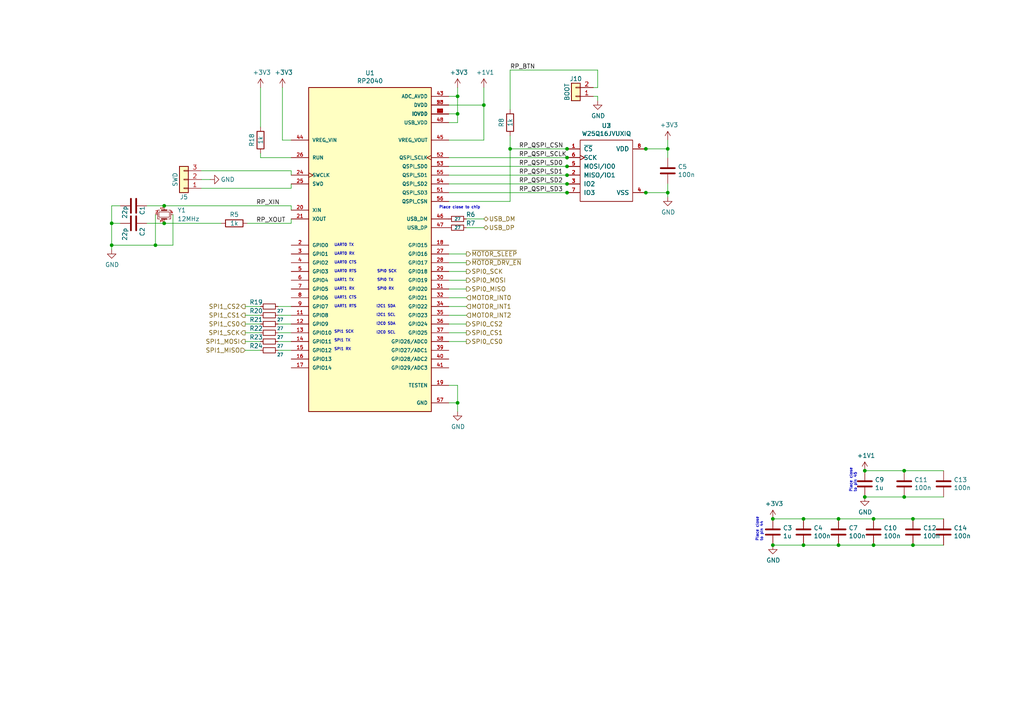
<source format=kicad_sch>
(kicad_sch (version 20230121) (generator eeschema)
  (paper "A4")
  (title_block (title "TkkrLab Pick&Place controller") (date "2024-01-09") (rev "0.1") (company "Nicolai Electronics"))
  (lib_symbols
    (symbol "Connector_Generic:Conn_01x02" (pin_names (offset 1.016) hide)
      (property "Reference" "J" (at 0 2.54 0))
      (property "Value" "Conn_01x02" (at 0 -5.08 0))
      (symbol "Conn_01x02_1_1"
        (rectangle (start -1.27 -2.413) (end 0 -2.667) (stroke (width 0.1524)))
        (rectangle (start -1.27 0.127) (end 0 -0.127) (stroke (width 0.1524)))
        (rectangle (start -1.27 1.27) (end 1.27 -3.81) (stroke (width 0.254)) (fill (type background)))
        (pin passive line (at -5.08 0 0) (length 3.81) (name "Pin_1") (number "1"))
        (pin passive line (at -5.08 -2.54 0) (length 3.81) (name "Pin_2") (number "2"))
      )
    )
    (symbol "Connector_Generic:Conn_01x03" (pin_names (offset 1.016) hide)
      (property "Reference" "J" (at 0 5.08 0))
      (property "Value" "Conn_01x03" (at 0 -5.08 0))
      (symbol "Conn_01x03_1_1"
        (rectangle (start -1.27 -2.413) (end 0 -2.667) (stroke (width 0.1524)))
        (rectangle (start -1.27 0.127) (end 0 -0.127) (stroke (width 0.1524)))
        (rectangle (start -1.27 2.667) (end 0 2.413) (stroke (width 0.1524)))
        (rectangle (start -1.27 3.81) (end 1.27 -3.81) (stroke (width 0.254)) (fill (type background)))
        (pin passive line (at -5.08 2.54 0) (length 3.81) (name "Pin_1") (number "1"))
        (pin passive line (at -5.08 0 0) (length 3.81) (name "Pin_2") (number "2"))
        (pin passive line (at -5.08 -2.54 0) (length 3.81) (name "Pin_3") (number "3"))
      )
    )
    (symbol "RP2040:RP2040" (pin_names (offset 1.016))
      (property "Reference" "U" (at -17.78 50.8 0))
      (property "Value" "RP2040" (at -17.78 -48.26 0))
      (symbol "RP2040_0_0"
        (rectangle (start -17.78 -45.72) (end 17.78 48.26) (stroke (width 0.254)) (fill (type background)))
        (pin power_in line (at 22.86 40.64 180) (length 5.08) (name "IOVDD") (number "1"))
        (pin power_in line (at 22.86 40.64 180) (length 5.08) (name "IOVDD") (number "10"))
        (pin bidirectional line (at -22.86 -17.78 0) (length 5.08) (name "GPIO8") (number "11"))
        (pin bidirectional line (at -22.86 -20.32 0) (length 5.08) (name "GPIO9") (number "12"))
        (pin bidirectional line (at -22.86 -22.86 0) (length 5.08) (name "GPIO10") (number "13"))
        (pin bidirectional line (at -22.86 -25.4 0) (length 5.08) (name "GPIO11") (number "14"))
        (pin bidirectional line (at -22.86 -27.94 0) (length 5.08) (name "GPIO12") (number "15"))
        (pin bidirectional line (at -22.86 -30.48 0) (length 5.08) (name "GPIO13") (number "16"))
        (pin bidirectional line (at -22.86 -33.02 0) (length 5.08) (name "GPIO14") (number "17"))
        (pin bidirectional line (at 22.86 2.54 180) (length 5.08) (name "GPIO15") (number "18"))
        (pin passive line (at 22.86 -38.1 180) (length 5.08) (name "TESTEN") (number "19"))
        (pin bidirectional line (at -22.86 2.54 0) (length 5.08) (name "GPIO0") (number "2"))
        (pin input line (at -22.86 12.7 0) (length 5.08) (name "XIN") (number "20"))
        (pin output line (at -22.86 10.16 0) (length 5.08) (name "XOUT") (number "21"))
        (pin power_in line (at 22.86 40.64 180) (length 5.08) (name "IOVDD") (number "22"))
        (pin power_in line (at 22.86 43.18 180) (length 5.08) (name "DVDD") (number "23"))
        (pin input clock (at -22.86 22.86 0) (length 5.08) (name "SWCLK") (number "24"))
        (pin bidirectional line (at -22.86 20.32 0) (length 5.08) (name "SWD") (number "25"))
        (pin input line (at -22.86 27.94 0) (length 5.08) (name "RUN") (number "26"))
        (pin bidirectional line (at 22.86 0 180) (length 5.08) (name "GPIO16") (number "27"))
        (pin bidirectional line (at 22.86 -2.54 180) (length 5.08) (name "GPIO17") (number "28"))
        (pin bidirectional line (at 22.86 -5.08 180) (length 5.08) (name "GPIO18") (number "29"))
        (pin bidirectional line (at -22.86 0 0) (length 5.08) (name "GPIO1") (number "3"))
        (pin bidirectional line (at 22.86 -7.62 180) (length 5.08) (name "GPIO19") (number "30"))
        (pin bidirectional line (at 22.86 -10.16 180) (length 5.08) (name "GPIO20") (number "31"))
        (pin bidirectional line (at 22.86 -12.7 180) (length 5.08) (name "GPIO21") (number "32"))
        (pin power_in line (at 22.86 40.64 180) (length 5.08) (name "IOVDD") (number "33"))
        (pin bidirectional line (at 22.86 -15.24 180) (length 5.08) (name "GPIO22") (number "34"))
        (pin bidirectional line (at 22.86 -17.78 180) (length 5.08) (name "GPIO23") (number "35"))
        (pin bidirectional line (at 22.86 -20.32 180) (length 5.08) (name "GPIO24") (number "36"))
        (pin bidirectional line (at 22.86 -22.86 180) (length 5.08) (name "GPIO25") (number "37"))
        (pin bidirectional line (at 22.86 -25.4 180) (length 5.08) (name "GPIO26/ADC0") (number "38"))
        (pin bidirectional line (at 22.86 -27.94 180) (length 5.08) (name "GPIO27/ADC1") (number "39"))
        (pin bidirectional line (at -22.86 -2.54 0) (length 5.08) (name "GPIO2") (number "4"))
        (pin bidirectional line (at 22.86 -30.48 180) (length 5.08) (name "GPIO28/ADC2") (number "40"))
        (pin bidirectional line (at 22.86 -33.02 180) (length 5.08) (name "GPIO29/ADC3") (number "41"))
        (pin power_in line (at 22.86 40.64 180) (length 5.08) (name "IOVDD") (number "42"))
        (pin power_in line (at 22.86 45.72 180) (length 5.08) (name "ADC_AVDD") (number "43"))
        (pin input line (at -22.86 33.02 0) (length 5.08) (name "VREG_VIN") (number "44"))
        (pin output line (at 22.86 33.02 180) (length 5.08) (name "VREG_VOUT") (number "45"))
        (pin bidirectional line (at 22.86 10.16 180) (length 5.08) (name "USB_DM") (number "46"))
        (pin bidirectional line (at 22.86 7.62 180) (length 5.08) (name "USB_DP") (number "47"))
        (pin power_in line (at 22.86 38.1 180) (length 5.08) (name "USB_VDD") (number "48"))
        (pin power_in line (at 22.86 40.64 180) (length 5.08) (name "IOVDD") (number "49"))
        (pin bidirectional line (at -22.86 -5.08 0) (length 5.08) (name "GPIO3") (number "5"))
        (pin power_in line (at 22.86 43.18 180) (length 5.08) (name "DVDD") (number "50"))
        (pin bidirectional line (at 22.86 17.78 180) (length 5.08) (name "QSPI_SD3") (number "51"))
        (pin bidirectional clock (at 22.86 27.94 180) (length 5.08) (name "QSPI_SCLK") (number "52"))
        (pin bidirectional line (at 22.86 25.4 180) (length 5.08) (name "QSPI_SD0") (number "53"))
        (pin bidirectional line (at 22.86 20.32 180) (length 5.08) (name "QSPI_SD2") (number "54"))
        (pin bidirectional line (at 22.86 22.86 180) (length 5.08) (name "QSPI_SD1") (number "55"))
        (pin bidirectional line (at 22.86 15.24 180) (length 5.08) (name "QSPI_CSN") (number "56"))
        (pin power_in line (at 22.86 -43.18 180) (length 5.08) (name "GND") (number "57"))
        (pin bidirectional line (at -22.86 -7.62 0) (length 5.08) (name "GPIO4") (number "6"))
        (pin bidirectional line (at -22.86 -10.16 0) (length 5.08) (name "GPIO5") (number "7"))
        (pin bidirectional line (at -22.86 -12.7 0) (length 5.08) (name "GPIO6") (number "8"))
        (pin bidirectional line (at -22.86 -15.24 0) (length 5.08) (name "GPIO7") (number "9"))
      )
    )
    (symbol "mch2021-rescue:+3.3V-power" (power) (pin_names (offset 0))
      (property "Value" "+3.3V-power" (at 0 3.556 0))
      (symbol "+3.3V-power_0_1"
        (polyline (pts (xy -0.762 1.27) (xy 0 2.54)))
        (polyline (pts (xy 0 0) (xy 0 2.54)))
        (polyline (pts (xy 0 2.54) (xy 0.762 1.27)))
      )
      (symbol "+3.3V-power_1_1"
        (pin power_in line (at 0 0 90) (length 0) hide (name "+3V3") (number "1"))
      )
    )
    (symbol "mch2021-rescue:C-Device" (pin_numbers hide) (pin_names (offset 0.254))
      (property "Reference" "C" (at 0.635 2.54 0))
      (property "Value" "C-Device" (at 0.635 -2.54 0))
      (symbol "C-Device_0_1"
        (polyline (pts (xy -2.032 -0.762) (xy 2.032 -0.762)) (stroke (width 0.508)))
        (polyline (pts (xy -2.032 0.762) (xy 2.032 0.762)) (stroke (width 0.508)))
      )
      (symbol "C-Device_1_1"
        (pin passive line (at 0 3.81 270) (length 2.794) (name "~") (number "1"))
        (pin passive line (at 0 -3.81 90) (length 2.794) (name "~") (number "2"))
      )
    )
    (symbol "mch2021-rescue:Crystal_GND24_Small-Device" (pin_names (offset 1.016) hide)
      (property "Reference" "Y" (at 1.27 4.445 0))
      (property "Value" "Crystal_GND24_Small-Device" (at 1.27 2.54 0))
      (symbol "Crystal_GND24_Small-Device_0_1"
        (rectangle (start -0.762 -1.524) (end 0.762 1.524))
        (polyline (pts (xy -1.27 -0.762) (xy -1.27 0.762)) (stroke (width 0.381)))
        (polyline (pts (xy 1.27 -0.762) (xy 1.27 0.762)) (stroke (width 0.381)))
        (polyline (pts (xy -1.27 -1.27) (xy -1.27 -1.905) (xy 1.27 -1.905) (xy 1.27 -1.27)))
        (polyline (pts (xy -1.27 1.27) (xy -1.27 1.905) (xy 1.27 1.905) (xy 1.27 1.27)))
      )
      (symbol "Crystal_GND24_Small-Device_1_1"
        (pin passive line (at -2.54 0 0) (length 1.27) (name "1") (number "1"))
        (pin passive line (at 0 -2.54 90) (length 0.635) (name "2") (number "2"))
        (pin passive line (at 2.54 0 180) (length 1.27) (name "3") (number "3"))
        (pin passive line (at 0 2.54 270) (length 0.635) (name "4") (number "4"))
      )
    )
    (symbol "mch2021-rescue:GND-power" (power) (pin_names (offset 0))
      (property "Value" "GND-power" (at 0 -3.81 0))
      (symbol "GND-power_0_1"
        (polyline (pts (xy 0 0) (xy 0 -1.27) (xy 1.27 -1.27) (xy 0 -2.54) (xy -1.27 -1.27) (xy 0 -1.27)))
      )
      (symbol "GND-power_1_1"
        (pin power_in line (at 0 0 270) (length 0) hide (name "GND") (number "1"))
      )
    )
    (symbol "mch2021-rescue:R-Device" (pin_numbers hide) (pin_names (offset 0))
      (property "Reference" "R" (at 2.032 0 90))
      (property "Value" "R-Device" (at 0 0 90))
      (symbol "R-Device_0_1"
        (rectangle (start -1.016 -2.54) (end 1.016 2.54) (stroke (width 0.254)))
      )
      (symbol "R-Device_1_1"
        (pin passive line (at 0 3.81 270) (length 1.27) (name "~") (number "1"))
        (pin passive line (at 0 -3.81 90) (length 1.27) (name "~") (number "2"))
      )
    )
    (symbol "mch2021-rescue:R_Small-Device" (pin_numbers hide) (pin_names (offset 0.254) hide)
      (property "Reference" "R" (at 0.762 0.508 0))
      (property "Value" "R_Small-Device" (at 0.762 -1.016 0))
      (symbol "R_Small-Device_0_1"
        (rectangle (start -0.762 1.778) (end 0.762 -1.778) (stroke (width 0.2032)))
      )
      (symbol "R_Small-Device_1_1"
        (pin passive line (at 0 2.54 270) (length 0.762) (name "~") (number "1"))
        (pin passive line (at 0 -2.54 90) (length 0.762) (name "~") (number "2"))
      )
    )
    (symbol "mch2021-rescue:SPIFLASH_QSPI-spiflash" (pin_names (offset 1.016))
      (property "Reference" "U" (at 0 12.7 0))
      (property "Value" "SPIFLASH_QSPI-spiflash" (at 0 10.16 0))
      (symbol "SPIFLASH_QSPI-spiflash_0_1"
        (rectangle (start -7.62 8.89) (end 7.62 -8.89))
      )
      (symbol "SPIFLASH_QSPI-spiflash_1_1"
        (pin input line (at -11.43 6.35 0) (length 3.81) (name "~{CS}") (number "1"))
        (pin tri_state line (at -11.43 -1.27 0) (length 3.81) (name "MISO/IO1") (number "2"))
        (pin tri_state line (at -11.43 -3.81 0) (length 3.81) (name "IO2") (number "3"))
        (pin power_in line (at 11.43 -6.35 180) (length 3.81) (name "VSS") (number "4"))
        (pin tri_state line (at -11.43 1.27 0) (length 3.81) (name "MOSI/IO0") (number "5"))
        (pin input clock (at -11.43 3.81 0) (length 3.81) (name "SCK") (number "6"))
        (pin tri_state line (at -11.43 -6.35 0) (length 3.81) (name "IO3") (number "7"))
        (pin power_in line (at 11.43 6.35 180) (length 3.81) (name "VDD") (number "8"))
      )
    )
    (symbol "power:+1V1" (power) (pin_names (offset 0))
      (property "Value" "+1V1" (at 0 3.556 0))
      (symbol "+1V1_0_1"
        (polyline (pts (xy -0.762 1.27) (xy 0 2.54)))
        (polyline (pts (xy 0 0) (xy 0 2.54)))
        (polyline (pts (xy 0 2.54) (xy 0.762 1.27)))
      )
      (symbol "+1V1_1_1"
        (pin power_in line (at 0 0 90) (length 0) hide (name "+1V1") (number "1"))
      )
    )
  )
  (junction (at 243.205 158.115))
  (junction (at 250.825 144.145))
  (junction (at 132.715 33.02))
  (junction (at 132.715 27.94))
  (junction (at 264.795 158.115))
  (junction (at 32.385 64.77))
  (junction (at 164.465 55.88))
  (junction (at 253.365 150.495))
  (junction (at 32.385 71.12))
  (junction (at 243.205 150.495))
  (junction (at 224.155 158.115))
  (junction (at 264.795 150.495))
  (junction (at 164.465 53.34))
  (junction (at 47.625 64.77))
  (junction (at 47.625 59.69))
  (junction (at 164.465 48.26))
  (junction (at 164.465 45.72))
  (junction (at 132.715 116.84))
  (junction (at 193.675 43.18))
  (junction (at 45.085 71.12))
  (junction (at 250.825 136.525))
  (junction (at 140.335 30.48))
  (junction (at 262.255 136.525))
  (junction (at 224.155 150.495))
  (junction (at 233.045 158.115))
  (junction (at 187.325 55.88))
  (junction (at 233.045 150.495))
  (junction (at 187.325 43.18))
  (junction (at 164.465 43.18))
  (junction (at 164.465 50.8))
  (junction (at 262.255 144.145))
  (junction (at 193.675 55.88))
  (junction (at 147.955 43.18))
  (junction (at 253.365 158.115))
  (wire (pts (xy 58.42 54.61) (xy 84.455 54.61)))
  (wire (pts (xy 71.12 96.52) (xy 75.565 96.52)))
  (wire (pts (xy 193.675 55.88) (xy 193.675 53.34)))
  (wire (pts (xy 75.565 25.4) (xy 75.565 36.83)))
  (wire (pts (xy 84.455 54.61) (xy 84.455 53.34)))
  (wire (pts (xy 173.355 27.94) (xy 172.085 27.94)))
  (wire (pts (xy 130.175 76.2) (xy 135.255 76.2)))
  (wire (pts (xy 130.175 99.06) (xy 135.255 99.06)))
  (wire (pts (xy 193.675 43.18) (xy 193.675 40.64)))
  (wire (pts (xy 80.645 93.98) (xy 84.455 93.98)))
  (wire (pts (xy 34.925 64.77) (xy 32.385 64.77)))
  (wire (pts (xy 193.675 43.18) (xy 193.675 45.72)))
  (wire (pts (xy 187.325 43.18) (xy 193.675 43.18)))
  (wire (pts (xy 140.335 40.64) (xy 140.335 30.48)))
  (wire (pts (xy 130.175 35.56) (xy 132.715 35.56)))
  (wire (pts (xy 140.335 30.48) (xy 140.335 25.4)))
  (wire (pts (xy 47.625 64.77) (xy 42.545 64.77)))
  (wire (pts (xy 173.355 20.32) (xy 147.955 20.32)))
  (wire (pts (xy 58.42 52.07) (xy 60.96 52.07)))
  (wire (pts (xy 130.175 91.44) (xy 135.255 91.44)))
  (wire (pts (xy 132.715 33.02) (xy 132.715 27.94)))
  (wire (pts (xy 130.175 48.26) (xy 164.465 48.26)))
  (wire (pts (xy 75.565 44.45) (xy 75.565 45.72)))
  (wire (pts (xy 84.455 64.77) (xy 84.455 63.5)))
  (wire (pts (xy 132.715 111.76) (xy 132.715 116.84)))
  (wire (pts (xy 130.175 83.82) (xy 135.255 83.82)))
  (wire (pts (xy 130.175 86.36) (xy 135.255 86.36)))
  (wire (pts (xy 71.12 101.6) (xy 75.565 101.6)))
  (wire (pts (xy 173.355 29.21) (xy 173.355 27.94)))
  (wire (pts (xy 224.155 158.115) (xy 233.045 158.115)))
  (wire (pts (xy 80.645 88.9) (xy 84.455 88.9)))
  (wire (pts (xy 147.955 39.37) (xy 147.955 43.18)))
  (wire (pts (xy 250.825 144.145) (xy 262.255 144.145)))
  (wire (pts (xy 45.085 71.12) (xy 50.165 71.12)))
  (wire (pts (xy 135.255 66.04) (xy 140.335 66.04)))
  (wire (pts (xy 130.175 50.8) (xy 164.465 50.8)))
  (wire (pts (xy 253.365 150.495) (xy 264.795 150.495)))
  (wire (pts (xy 81.915 40.64) (xy 81.915 25.4)))
  (wire (pts (xy 172.085 25.4) (xy 173.355 25.4)))
  (wire (pts (xy 32.385 71.12) (xy 32.385 64.77)))
  (wire (pts (xy 262.255 136.525) (xy 273.685 136.525)))
  (wire (pts (xy 262.255 144.145) (xy 273.685 144.145)))
  (wire (pts (xy 130.175 81.28) (xy 135.255 81.28)))
  (wire (pts (xy 264.795 150.495) (xy 273.685 150.495)))
  (wire (pts (xy 130.175 111.76) (xy 132.715 111.76)))
  (wire (pts (xy 253.365 158.115) (xy 264.795 158.115)))
  (wire (pts (xy 147.955 20.32) (xy 147.955 31.75)))
  (wire (pts (xy 58.42 49.53) (xy 84.455 49.53)))
  (wire (pts (xy 243.205 158.115) (xy 253.365 158.115)))
  (wire (pts (xy 32.385 64.77) (xy 32.385 59.69)))
  (wire (pts (xy 130.175 96.52) (xy 135.255 96.52)))
  (wire (pts (xy 50.165 62.23) (xy 50.165 71.12)))
  (wire (pts (xy 130.175 88.9) (xy 135.255 88.9)))
  (wire (pts (xy 84.455 40.64) (xy 81.915 40.64)))
  (wire (pts (xy 47.625 64.77) (xy 64.135 64.77)))
  (wire (pts (xy 130.175 53.34) (xy 164.465 53.34)))
  (wire (pts (xy 130.175 40.64) (xy 140.335 40.64)))
  (wire (pts (xy 130.175 33.02) (xy 132.715 33.02)))
  (wire (pts (xy 147.955 43.18) (xy 164.465 43.18)))
  (wire (pts (xy 187.325 55.88) (xy 193.675 55.88)))
  (wire (pts (xy 71.12 99.06) (xy 75.565 99.06)))
  (wire (pts (xy 224.155 150.495) (xy 233.045 150.495)))
  (wire (pts (xy 75.565 45.72) (xy 84.455 45.72)))
  (wire (pts (xy 173.355 25.4) (xy 173.355 20.32)))
  (wire (pts (xy 80.645 91.44) (xy 84.455 91.44)))
  (wire (pts (xy 132.715 27.94) (xy 132.715 25.4)))
  (wire (pts (xy 233.045 150.495) (xy 243.205 150.495)))
  (wire (pts (xy 130.175 55.88) (xy 164.465 55.88)))
  (wire (pts (xy 47.625 59.69) (xy 84.455 59.69)))
  (wire (pts (xy 71.12 93.98) (xy 75.565 93.98)))
  (wire (pts (xy 130.175 116.84) (xy 132.715 116.84)))
  (wire (pts (xy 80.645 101.6) (xy 84.455 101.6)))
  (wire (pts (xy 130.175 73.66) (xy 135.255 73.66)))
  (wire (pts (xy 32.385 72.39) (xy 32.385 71.12)))
  (wire (pts (xy 250.825 136.525) (xy 262.255 136.525)))
  (wire (pts (xy 243.205 150.495) (xy 253.365 150.495)))
  (wire (pts (xy 32.385 59.69) (xy 34.925 59.69)))
  (wire (pts (xy 233.045 158.115) (xy 243.205 158.115)))
  (wire (pts (xy 47.625 59.69) (xy 42.545 59.69)))
  (wire (pts (xy 130.175 30.48) (xy 140.335 30.48)))
  (wire (pts (xy 84.455 50.8) (xy 84.455 49.53)))
  (wire (pts (xy 130.175 93.98) (xy 135.255 93.98)))
  (wire (pts (xy 32.385 71.12) (xy 45.085 71.12)))
  (wire (pts (xy 71.755 64.77) (xy 84.455 64.77)))
  (wire (pts (xy 45.085 71.12) (xy 45.085 62.23)))
  (wire (pts (xy 84.455 59.69) (xy 84.455 60.96)))
  (wire (pts (xy 130.175 27.94) (xy 132.715 27.94)))
  (wire (pts (xy 130.175 45.72) (xy 164.465 45.72)))
  (wire (pts (xy 71.12 91.44) (xy 75.565 91.44)))
  (wire (pts (xy 135.255 63.5) (xy 140.335 63.5)))
  (wire (pts (xy 147.955 58.42) (xy 147.955 43.18)))
  (wire (pts (xy 132.715 116.84) (xy 132.715 119.38)))
  (wire (pts (xy 71.12 88.9) (xy 75.565 88.9)))
  (wire (pts (xy 193.675 55.88) (xy 193.675 57.15)))
  (wire (pts (xy 130.175 58.42) (xy 147.955 58.42)))
  (wire (pts (xy 130.175 78.74) (xy 135.255 78.74)))
  (wire (pts (xy 132.715 35.56) (xy 132.715 33.02)))
  (wire (pts (xy 80.645 99.06) (xy 84.455 99.06)))
  (wire (pts (xy 264.795 158.115) (xy 273.685 158.115)))
  (wire (pts (xy 80.645 96.52) (xy 84.455 96.52)))
  (text "I2C0 SDA\n\nI2C0 SCL" (at 109.093 97.028 0) (effects (font (size 0.7874 0.7874)) (justify left bottom)))
  (text "UART1 TX\n\nUART1 RX\n\nUART1 CTS\n\nUART1 RTS" (at 96.901 89.408 0) (effects (font (size 0.7874 0.7874)) (justify left bottom)))
  (text "UART0 TX\n\nUART0 RX\n\nUART0 CTS\n\nUART0 RTS" (at 96.901 79.248 0) (effects (font (size 0.7874 0.7874)) (justify left bottom)))
  (text "SPI1 SCK\n\nSPI1 TX\n\nSPI1 RX" (at 96.901 101.854 0) (effects (font (size 0.7874 0.7874)) (justify left bottom)))
  (text "Place close\nto pin 45" (at 248.539 142.875 90) (effects (font (size 0.7874 0.7874)) (justify left bottom)))
  (text "I2C1 SDA\n\nI2C1 SCL" (at 109.093 91.948 0) (effects (font (size 0.7874 0.7874)) (justify left bottom)))
  (text "Place close to chip" (at 139.319 60.706 0) (effects (font (size 0.7874 0.7874)) (justify right bottom)))
  (text "SPI0 SCK\n\nSPI0 TX\n\nSPI0 RX" (at 109.347 84.328 0) (effects (font (size 0.7874 0.7874)) (justify left bottom)))
  (text "Place close\nto pin 44" (at 221.361 157.099 90) (effects (font (size 0.7874 0.7874)) (justify left bottom)))
  (label "RP_QSPI_SD3" (at 150.495 55.88 0))
  (label "RP_QSPI_CSN" (at 150.495 43.18 0))
  (label "RP_QSPI_SD1" (at 150.495 50.8 0))
  (label "RP_XOUT" (at 74.295 64.77 0))
  (label "RP_XIN" (at 74.295 59.69 0))
  (label "RP_QSPI_SD0" (at 150.495 48.26 0))
  (label "RP_QSPI_SD2" (at 150.495 53.34 0))
  (label "RP_BTN" (at 147.955 20.32 0))
  (label "RP_QSPI_SCLK" (at 150.495 45.72 0))
  (hierarchical_label "SPI1_CS2" (shape output) (at 71.12 88.9 180))
  (hierarchical_label "SPI0_MOSI" (shape output) (at 135.255 81.28 0))
  (hierarchical_label "USB_DM" (shape bidirectional) (at 140.335 63.5 0))
  (hierarchical_label "SPI1_MISO" (shape input) (at 71.12 101.6 180))
  (hierarchical_label "SPI0_CS0" (shape output) (at 135.255 99.06 0))
  (hierarchical_label "SPI0_CS1" (shape output) (at 135.255 96.52 0))
  (hierarchical_label "SPI0_SCK" (shape output) (at 135.255 78.74 0))
  (hierarchical_label "SPI1_CS1" (shape output) (at 71.12 91.44 180))
  (hierarchical_label "MOTOR_INT1" (shape input) (at 135.255 88.9 0))
  (hierarchical_label "MOTOR_INT0" (shape input) (at 135.255 86.36 0))
  (hierarchical_label "SPI0_CS2" (shape output) (at 135.255 93.98 0))
  (hierarchical_label "~{MOTOR_DRV_EN}" (shape output) (at 135.255 76.2 0))
  (hierarchical_label "USB_DP" (shape bidirectional) (at 140.335 66.04 0))
  (hierarchical_label "MOTOR_INT2" (shape input) (at 135.255 91.44 0))
  (hierarchical_label "SPI1_CS0" (shape output) (at 71.12 93.98 180))
  (hierarchical_label "SPI0_MISO" (shape output) (at 135.255 83.82 0))
  (hierarchical_label "SPI1_SCK" (shape output) (at 71.12 96.52 180))
  (hierarchical_label "SPI1_MOSI" (shape output) (at 71.12 99.06 180))
  (hierarchical_label "~{MOTOR_SLEEP}" (shape output) (at 135.255 73.66 0))
  (symbol (lib_id "power:+1V1") (at 250.825 136.525 0) (unit 1)
    (property "Reference" "#PWR040" (effects hide))
    (property "Value" "+1V1" (at 251.206 132.1308 0))
    (instances (project "pnp1" (path "" (reference "#PWR040") (unit 1)) (path "" (reference "#PWR047") (unit 1))))
  )
  (symbol (lib_id "mch2021-rescue:R_Small-Device") (at 78.105 99.06 90) (unit 1)
    (property "Reference" "R23" (at 74.295 97.79 90))
    (property "Value" "27" (at 81.28 100.33 90) (effects (font (size 0.889 0.889))))
    (property "Footprint" "Resistor_SMD:R_0402_1005Metric" (effects hide))
    (property "Datasheet" "https://datasheet.lcsc.com/lcsc/2110252230_UNI-ROYAL-Uniroyal-Elec-0402WGF270JTCE_C25100.pdf" (effects hide))
    (property "LCSC" "C25100" (effects hide))
    (property "Mouser" "-" (effects hide))
    (property "Sponsored" "N" (effects hide))
    (property "MANUFACTURER" "UNI-ROYAL" (effects hide))
    (property "MPN" "0402WGF270JTCE" (effects hide))
    (property "Category" "Resistors" (effects hide))
    (property "Buy early" "Y" (effects hide))
    (property "Description" "Generic part" (effects hide))
    (property "Manufacturer" "Uni-royal" (effects hide))
    (instances (project "pnp1" (path "" (reference "R23") (unit 1)) (path "" (reference "R21") (unit 1))))
  )
  (symbol (lib_id "mch2021-rescue:R-Device") (at 147.955 35.56 0) (mirror x) (unit 1)
    (property "Reference" "R8" (at 145.415 35.56 90))
    (property "Value" "1k" (at 147.955 35.56 90))
    (property "Footprint" "Resistor_SMD:R_0402_1005Metric" (effects hide))
    (property "Datasheet" "https://datasheet.lcsc.com/lcsc/2110251730_UNI-ROYAL-Uniroyal-Elec-0402WGF1001TCE_C11702.pdf" (effects hide))
    (property "LCSC" "C11702" (effects hide))
    (property "Mouser" "-" (effects hide))
    (property "Sponsored" "N" (effects hide))
    (property "MANUFACTURER" "UNI-ROYAL" (effects hide))
    (property "MPN" "0402WGF1001TCE" (effects hide))
    (property "Category" "Resistors" (effects hide))
    (property "Buy early" "Y" (effects hide))
    (property "Description" "Generic part" (effects hide))
    (property "Manufacturer" "Uni-royal" (effects hide))
    (instances (project "pnp1" (path "" (reference "R8") (unit 1)) (path "" (reference "R25") (unit 1))))
  )
  (symbol (lib_id "mch2021-rescue:+3.3V-power") (at 224.155 150.495 0) (unit 1)
    (property "Reference" "#PWR033" (effects hide))
    (property "Value" "+3.3V" (at 224.536 146.1008 0))
    (instances (project "pnp1" (path "" (reference "#PWR033") (unit 1)) (path "" (reference "#PWR043") (unit 1))))
  )
  (symbol (lib_id "mch2021-rescue:GND-power") (at 132.715 119.38 0) (unit 1)
    (property "Reference" "#PWR024" (effects hide))
    (property "Value" "GND" (at 132.842 123.7742 0))
    (instances (project "pnp1" (path "" (reference "#PWR024") (unit 1)) (path "" (reference "#PWR035") (unit 1))))
  )
  (symbol (lib_id "mch2021-rescue:C-Device") (at 243.205 154.305 0) (unit 1)
    (property "Reference" "C7" (at 246.126 153.1366 0) (effects (justify left)))
    (property "Value" "100n" (at 246.126 155.448 0) (effects (justify left)))
    (property "Footprint" "Capacitor_SMD:C_0402_1005Metric" (effects hide))
    (property "Datasheet" "https://datasheet.lcsc.com/lcsc/1810191222_Samsung-Electro-Mechanics-CL05B104KB54PNC_C307331.pdf" (effects hide))
    (property "LCSC" "C307331" (effects hide))
    (property "Mouser" "-" (effects hide))
    (property "Sponsored" "N" (effects hide))
    (property "Category" "Capacitors" (effects hide))
    (property "Description" "Generic part" (effects hide))
    (property "Buy early" "Y" (effects hide))
    (property "MPN" "CL05B104KB54PNC" (effects hide))
    (property "Manufacturer" "Samsung Electro-Mechanics" (effects hide))
    (property "Minimal voltage rating" "10" (effects hide))
    (property "Voltage rating" "50" (effects hide))
    (instances (project "pnp1" (path "" (reference "C7") (unit 1)) (path "" (reference "C11") (unit 1))))
  )
  (symbol (lib_id "mch2021-rescue:C-Device") (at 253.365 154.305 0) (unit 1)
    (property "Reference" "C10" (at 256.286 153.1366 0) (effects (justify left)))
    (property "Value" "100n" (at 256.286 155.448 0) (effects (justify left)))
    (property "Footprint" "Capacitor_SMD:C_0402_1005Metric" (effects hide))
    (property "Datasheet" "https://datasheet.lcsc.com/lcsc/1810191222_Samsung-Electro-Mechanics-CL05B104KB54PNC_C307331.pdf" (effects hide))
    (property "LCSC" "C307331" (effects hide))
    (property "Mouser" "-" (effects hide))
    (property "Sponsored" "N" (effects hide))
    (property "Category" "Capacitors" (effects hide))
    (property "Description" "Generic part" (effects hide))
    (property "Buy early" "Y" (effects hide))
    (property "MPN" "CL05B104KB54PNC" (effects hide))
    (property "Manufacturer" "Samsung Electro-Mechanics" (effects hide))
    (property "Minimal voltage rating" "10" (effects hide))
    (property "Voltage rating" "50" (effects hide))
    (instances (project "pnp1" (path "" (reference "C10") (unit 1)) (path "" (reference "C13") (unit 1))))
  )
  (symbol (lib_id "mch2021-rescue:GND-power") (at 173.355 29.21 0) (unit 1)
    (property "Reference" "#PWR032" (effects hide))
    (property "Value" "GND" (at 173.482 33.6042 0))
    (instances (project "pnp1" (path "" (reference "#PWR032") (unit 1)) (path "" (reference "#PWR038") (unit 1))))
  )
  (symbol (lib_id "mch2021-rescue:R_Small-Device") (at 78.105 101.6 90) (unit 1)
    (property "Reference" "R24" (at 74.295 100.33 90))
    (property "Value" "27" (at 81.28 102.87 90) (effects (font (size 0.889 0.889))))
    (property "Footprint" "Resistor_SMD:R_0402_1005Metric" (effects hide))
    (property "Datasheet" "https://datasheet.lcsc.com/lcsc/2110252230_UNI-ROYAL-Uniroyal-Elec-0402WGF270JTCE_C25100.pdf" (effects hide))
    (property "LCSC" "C25100" (effects hide))
    (property "Mouser" "-" (effects hide))
    (property "Sponsored" "N" (effects hide))
    (property "MANUFACTURER" "UNI-ROYAL" (effects hide))
    (property "MPN" "0402WGF270JTCE" (effects hide))
    (property "Category" "Resistors" (effects hide))
    (property "Buy early" "Y" (effects hide))
    (property "Description" "Generic part" (effects hide))
    (property "Manufacturer" "Uni-royal" (effects hide))
    (instances (project "pnp1" (path "" (reference "R24") (unit 1)) (path "" (reference "R22") (unit 1))))
  )
  (symbol (lib_id "mch2021-rescue:C-Device") (at 38.735 64.77 270) (mirror x) (unit 1)
    (property "Reference" "C2" (at 41.275 68.58 0) (effects (justify left)))
    (property "Value" "22p" (at 36.195 69.85 0) (effects (justify left)))
    (property "Footprint" "Capacitor_SMD:C_0402_1005Metric" (effects hide))
    (property "Datasheet" "https://datasheet.lcsc.com/lcsc/1912111437_CCTC-TCC0402C0G220J500AT_C466226.pdf" (effects hide))
    (property "LCSC" "C466226" (effects hide))
    (property "Sponsored" "N" (effects hide))
    (property "MANUFACTURER" "YAGEO" (effects hide))
    (property "MPN" "TCC0402C0G220J500AT" (effects hide))
    (property "Category" "Capacitors" (effects hide))
    (property "Description" "Generic part" (effects hide))
    (property "Buy early" "Y" (effects hide))
    (property "Manufacturer" "CCTC" (effects hide))
    (property "Minimal voltage rating" "10" (effects hide))
    (property "Voltage rating" "50" (effects hide))
    (instances (project "pnp1" (path "" (reference "C2") (unit 1)) (path "" (reference "C7") (unit 1))))
  )
  (symbol (lib_id "mch2021-rescue:SPIFLASH_QSPI-spiflash") (at 175.895 49.53 0) (unit 1)
    (property "Reference" "U3" (at 175.895 36.449 0))
    (property "Value" "W25Q16JVUXIQ" (at 175.895 38.7604 0))
    (property "Footprint" "Package_SO:SOIC-8_5.23x5.23mm_P1.27mm" (effects hide))
    (property "Datasheet" "https://nl.mouser.com/datasheet/2/949/w25q16jv_spi_revg_03222018_plus-1489727.pdf" (effects hide))
    (property "MPN" "W25Q16JVUXIQ" (effects hide))
    (property "Manufacturer" "Winbond Elec" (effects hide))
    (property "Category" "ICs" (effects hide))
    (property "Description" "Sponsored part, buy from Raspberry Pi" (effects hide))
    (property "Buy early" "N" (effects hide))
    (property "Sponsored" "Y" (effects hide))
  )
  (symbol (lib_id "mch2021-rescue:C-Device") (at 193.675 49.53 0) (unit 1)
    (property "Reference" "C5" (at 196.596 48.3616 0) (effects (justify left)))
    (property "Value" "100n" (at 196.596 50.673 0) (effects (justify left)))
    (property "Footprint" "Capacitor_SMD:C_0402_1005Metric" (effects hide))
    (property "Datasheet" "https://datasheet.lcsc.com/lcsc/1810191222_Samsung-Electro-Mechanics-CL05B104KB54PNC_C307331.pdf" (effects hide))
    (property "LCSC" "C307331" (effects hide))
    (property "Mouser" "-" (effects hide))
    (property "Sponsored" "N" (effects hide))
    (property "Category" "Capacitors" (effects hide))
    (property "Description" "Generic part" (effects hide))
    (property "Buy early" "Y" (effects hide))
    (property "MPN" "CL05B104KB54PNC" (effects hide))
    (property "Manufacturer" "Samsung Electro-Mechanics" (effects hide))
    (property "Minimal voltage rating" "10" (effects hide))
    (property "Voltage rating" "50" (effects hide))
    (instances (project "pnp1" (path "" (reference "C5") (unit 1)) (path "" (reference "C8") (unit 1))))
  )
  (symbol (lib_id "RP2040:RP2040") (at 107.315 73.66 0) (unit 1)
    (property "Reference" "U1" (at 107.315 21.1582 0))
    (property "Value" "RP2040" (at 107.315 23.4696 0))
    (property "Footprint" "custom:QFN40P700X700X90-57N" (effects hide))
    (property "Datasheet" "https://datasheet.lcsc.com/lcsc/2201101600_Raspberry-Pi-RP2040_C2040.pdf" (effects hide))
    (property "PARTREV" "1.6.1" (effects hide))
    (property "MAXIMUM_PACKAGE_HEIGHT" "0.9 mm" (effects hide))
    (property "STANDARD" "IPC 7351B" (effects hide))
    (property "MANUFACTURER" "Raspberry Pi" (effects hide))
    (property "LCSC" "C2040" (effects hide))
    (property "MPN" "RP2040" (effects hide))
    (property "Manufacturer" "Raspberry Pi" (effects hide))
    (property "Sponsored" "Y" (effects hide))
    (property "Category" "ICs" (effects hide))
    (property "Description" "Sponsored part, buy from Raspberry Pi" (effects hide))
    (property "Buy early" "N" (effects hide))
    (instances (project "pnp1" (path "" (reference "U1") (unit 1)) (path "" (reference "U2") (unit 1))))
  )
  (symbol (lib_id "mch2021-rescue:C-Device") (at 273.685 154.305 0) (unit 1)
    (property "Reference" "C14" (at 276.606 153.1366 0) (effects (justify left)))
    (property "Value" "100n" (at 276.606 155.448 0) (effects (justify left)))
    (property "Footprint" "Capacitor_SMD:C_0402_1005Metric" (effects hide))
    (property "Datasheet" "https://datasheet.lcsc.com/lcsc/1810191222_Samsung-Electro-Mechanics-CL05B104KB54PNC_C307331.pdf" (effects hide))
    (property "LCSC" "C307331" (effects hide))
    (property "Mouser" "-" (effects hide))
    (property "Sponsored" "N" (effects hide))
    (property "Category" "Capacitors" (effects hide))
    (property "Description" "Generic part" (effects hide))
    (property "Buy early" "Y" (effects hide))
    (property "MPN" "CL05B104KB54PNC" (effects hide))
    (property "Manufacturer" "Samsung Electro-Mechanics" (effects hide))
    (property "Minimal voltage rating" "10" (effects hide))
    (property "Voltage rating" "50" (effects hide))
    (instances (project "pnp1" (path "" (reference "C14") (unit 1)) (path "" (reference "C17") (unit 1))))
  )
  (symbol (lib_id "mch2021-rescue:C-Device") (at 264.795 154.305 0) (unit 1)
    (property "Reference" "C12" (at 267.716 153.1366 0) (effects (justify left)))
    (property "Value" "100n" (at 267.716 155.448 0) (effects (justify left)))
    (property "Footprint" "Capacitor_SMD:C_0402_1005Metric" (effects hide))
    (property "Datasheet" "https://datasheet.lcsc.com/lcsc/1810191222_Samsung-Electro-Mechanics-CL05B104KB54PNC_C307331.pdf" (effects hide))
    (property "LCSC" "C307331" (effects hide))
    (property "Mouser" "-" (effects hide))
    (property "Sponsored" "N" (effects hide))
    (property "Category" "Capacitors" (effects hide))
    (property "Description" "Generic part" (effects hide))
    (property "Buy early" "Y" (effects hide))
    (property "MPN" "CL05B104KB54PNC" (effects hide))
    (property "Manufacturer" "Samsung Electro-Mechanics" (effects hide))
    (property "Minimal voltage rating" "10" (effects hide))
    (property "Voltage rating" "50" (effects hide))
    (instances (project "pnp1" (path "" (reference "C12") (unit 1)) (path "" (reference "C15") (unit 1))))
  )
  (symbol (lib_id "mch2021-rescue:SPIFLASH_QSPI-spiflash") (at 175.895 49.53 0) (unit 1)
    (property "Reference" "U2" (at 175.895 36.449 0))
    (property "Value" "W25Q16JVUXIQ" (at 175.895 38.7604 0))
    (property "Footprint" "custom:PSON50P300X200X60-9N" (effects hide))
    (property "Datasheet" "https://nl.mouser.com/datasheet/2/949/w25q16jv_spi_revg_03222018_plus-1489727.pdf" (effects hide))
    (property "MPN" "W25Q16JVUXIQ" (effects hide))
    (property "Manufacturer" "Winbond Elec" (effects hide))
    (property "Category" "ICs" (effects hide))
    (property "Description" "Sponsored part, buy from Raspberry Pi" (effects hide))
    (property "Buy early" "N" (effects hide))
    (property "Sponsored" "Y" (effects hide))
    (instances (project "pnp1" (path "" (reference "U2") (unit 1)) (path "" (reference "U4") (unit 1))))
  )
  (symbol (lib_id "mch2021-rescue:R-Device") (at 67.945 64.77 90) (mirror x) (unit 1)
    (property "Reference" "R5" (at 67.945 62.23 90))
    (property "Value" "1k" (at 67.945 64.77 90))
    (property "Footprint" "Resistor_SMD:R_0402_1005Metric" (effects hide))
    (property "Datasheet" "https://datasheet.lcsc.com/lcsc/2110251730_UNI-ROYAL-Uniroyal-Elec-0402WGF1001TCE_C11702.pdf" (effects hide))
    (property "LCSC" "C11702" (effects hide))
    (property "Mouser" "-" (effects hide))
    (property "Sponsored" "N" (effects hide))
    (property "MANUFACTURER" "UNI-ROYAL" (effects hide))
    (property "MPN" "0402WGF1001TCE" (effects hide))
    (property "Category" "Resistors" (effects hide))
    (property "Buy early" "Y" (effects hide))
    (property "Description" "Generic part" (effects hide))
    (property "Manufacturer" "Uni-royal" (effects hide))
    (instances (project "pnp1" (path "" (reference "R5") (unit 1)) (path "" (reference "R15") (unit 1))))
  )
  (symbol (lib_id "Connector_Generic:Conn_01x03") (at 53.34 52.07 180) (unit 1)
    (property "Reference" "J5" (at 53.34 57.15 0))
    (property "Value" "SWD" (at 50.8 52.07 90))
    (property "Footprint" "Connector_PinHeader_2.54mm:PinHeader_1x03_P2.54mm_Vertical" (effects hide))
    (instances (project "pnp1" (path "" (reference "J5") (unit 1)) (path "" (reference "J3") (unit 1))))
  )
  (symbol (lib_id "mch2021-rescue:R_Small-Device") (at 132.715 66.04 90) (unit 1)
    (property "Reference" "R7" (at 136.525 64.77 90))
    (property "Value" "27" (at 132.715 66.04 90) (effects (font (size 0.889 0.889))))
    (property "Footprint" "Resistor_SMD:R_0402_1005Metric" (effects hide))
    (property "Datasheet" "https://datasheet.lcsc.com/lcsc/2110252230_UNI-ROYAL-Uniroyal-Elec-0402WGF270JTCE_C25100.pdf" (effects hide))
    (property "LCSC" "C25100" (effects hide))
    (property "Mouser" "-" (effects hide))
    (property "Sponsored" "N" (effects hide))
    (property "MANUFACTURER" "UNI-ROYAL" (effects hide))
    (property "MPN" "0402WGF270JTCE" (effects hide))
    (property "Category" "Resistors" (effects hide))
    (property "Buy early" "Y" (effects hide))
    (property "Description" "Generic part" (effects hide))
    (property "Manufacturer" "Uni-royal" (effects hide))
    (instances (project "pnp1" (path "" (reference "R7") (unit 1)) (path "" (reference "R24") (unit 1))))
  )
  (symbol (lib_id "mch2021-rescue:+3.3V-power") (at 132.715 25.4 0) (unit 1)
    (property "Reference" "#PWR023" (effects hide))
    (property "Value" "+3.3V" (at 133.096 21.0058 0))
    (instances (project "pnp1" (path "" (reference "#PWR023") (unit 1)) (path "" (reference "#PWR034") (unit 1))))
  )
  (symbol (lib_id "mch2021-rescue:C-Device") (at 38.735 59.69 270) (unit 1)
    (property "Reference" "C1" (at 41.275 59.69 0) (effects (justify left)))
    (property "Value" "22p" (at 36.195 59.69 0) (effects (justify left)))
    (property "Footprint" "Capacitor_SMD:C_0402_1005Metric" (effects hide))
    (property "Datasheet" "https://datasheet.lcsc.com/lcsc/1912111437_CCTC-TCC0402C0G220J500AT_C466226.pdf" (effects hide))
    (property "LCSC" "C466226" (effects hide))
    (property "Sponsored" "N" (effects hide))
    (property "MANUFACTURER" "YAGEO" (effects hide))
    (property "MPN" "TCC0402C0G220J500AT" (effects hide))
    (property "Category" "Capacitors" (effects hide))
    (property "Description" "Generic part" (effects hide))
    (property "Buy early" "Y" (effects hide))
    (property "Manufacturer" "CCTC" (effects hide))
    (property "Minimal voltage rating" "10" (effects hide))
    (property "Voltage rating" "50" (effects hide))
    (instances (project "pnp1" (path "" (reference "C1") (unit 1)) (path "" (reference "C6") (unit 1))))
  )
  (symbol (lib_id "mch2021-rescue:R_Small-Device") (at 78.105 96.52 90) (unit 1)
    (property "Reference" "R22" (at 74.295 95.25 90))
    (property "Value" "27" (at 81.28 97.79 90) (effects (font (size 0.889 0.889))))
    (property "Footprint" "Resistor_SMD:R_0402_1005Metric" (effects hide))
    (property "Datasheet" "https://datasheet.lcsc.com/lcsc/2110252230_UNI-ROYAL-Uniroyal-Elec-0402WGF270JTCE_C25100.pdf" (effects hide))
    (property "LCSC" "C25100" (effects hide))
    (property "Mouser" "-" (effects hide))
    (property "Sponsored" "N" (effects hide))
    (property "MANUFACTURER" "UNI-ROYAL" (effects hide))
    (property "MPN" "0402WGF270JTCE" (effects hide))
    (property "Category" "Resistors" (effects hide))
    (property "Buy early" "Y" (effects hide))
    (property "Description" "Generic part" (effects hide))
    (property "Manufacturer" "Uni-royal" (effects hide))
    (instances (project "pnp1" (path "" (reference "R22") (unit 1)) (path "" (reference "R20") (unit 1))))
  )
  (symbol (lib_id "mch2021-rescue:C-Device") (at 224.155 154.305 0) (unit 1)
    (property "Reference" "C3" (at 227.076 153.1366 0) (effects (justify left)))
    (property "Value" "1u" (at 227.076 155.448 0) (effects (justify left)))
    (property "Footprint" "Capacitor_SMD:C_0402_1005Metric" (effects hide))
    (property "Datasheet" "https://datasheet.lcsc.com/lcsc/1810191216_Samsung-Electro-Mechanics-CL05A105KQ5NNNC_C107372.pdf" (effects hide))
    (property "LCSC" "C107372" (effects hide))
    (property "Mouser" "-" (effects hide))
    (property "Sponsored" "N" (effects hide))
    (property "Category" "Capacitors" (effects hide))
    (property "Description" "Generic part" (effects hide))
    (property "Buy early" "Y" (effects hide))
    (property "MPN" "CL05A105KQ5NNNC" (effects hide))
    (property "Manufacturer" "Samsung Electro-Mechanics" (effects hide))
    (property "Minimal voltage rating" "6" (effects hide))
    (property "Voltage rating" "6.3" (effects hide))
    (instances (project "pnp1" (path "" (reference "C3") (unit 1)) (path "" (reference "C9") (unit 1))))
  )
  (symbol (lib_id "mch2021-rescue:C-Device") (at 262.255 140.335 0) (unit 1)
    (property "Reference" "C11" (at 265.176 139.1666 0) (effects (justify left)))
    (property "Value" "100n" (at 265.176 141.478 0) (effects (justify left)))
    (property "Footprint" "Capacitor_SMD:C_0402_1005Metric" (effects hide))
    (property "Datasheet" "https://datasheet.lcsc.com/lcsc/1810191222_Samsung-Electro-Mechanics-CL05B104KB54PNC_C307331.pdf" (effects hide))
    (property "LCSC" "C307331" (effects hide))
    (property "Mouser" "-" (effects hide))
    (property "Sponsored" "N" (effects hide))
    (property "Category" "Capacitors" (effects hide))
    (property "Description" "Generic part" (effects hide))
    (property "Buy early" "Y" (effects hide))
    (property "MPN" "CL05B104KB54PNC" (effects hide))
    (property "Manufacturer" "Samsung Electro-Mechanics" (effects hide))
    (property "Minimal voltage rating" "10" (effects hide))
    (property "Voltage rating" "50" (effects hide))
    (instances (project "pnp1" (path "" (reference "C11") (unit 1)) (path "" (reference "C14") (unit 1))))
  )
  (symbol (lib_id "mch2021-rescue:GND-power") (at 250.825 144.145 0) (unit 1)
    (property "Reference" "#PWR041" (effects hide))
    (property "Value" "GND" (at 250.952 148.5392 0))
    (instances (project "pnp1" (path "" (reference "#PWR041") (unit 1)) (path "" (reference "#PWR048") (unit 1))))
  )
  (symbol (lib_id "mch2021-rescue:C-Device") (at 250.825 140.335 0) (unit 1)
    (property "Reference" "C9" (at 253.746 139.1666 0) (effects (justify left)))
    (property "Value" "1u" (at 253.746 141.478 0) (effects (justify left)))
    (property "Footprint" "Capacitor_SMD:C_0402_1005Metric" (effects hide))
    (property "Datasheet" "https://datasheet.lcsc.com/lcsc/1810191216_Samsung-Electro-Mechanics-CL05A105KQ5NNNC_C107372.pdf" (effects hide))
    (property "LCSC" "C107372" (effects hide))
    (property "Mouser" "-" (effects hide))
    (property "Sponsored" "N" (effects hide))
    (property "Category" "Capacitors" (effects hide))
    (property "Description" "Generic part" (effects hide))
    (property "Buy early" "Y" (effects hide))
    (property "MPN" "CL05A105KQ5NNNC" (effects hide))
    (property "Manufacturer" "Samsung Electro-Mechanics" (effects hide))
    (property "Minimal voltage rating" "6" (effects hide))
    (property "Voltage rating" "6.3" (effects hide))
    (instances (project "pnp1" (path "" (reference "C9") (unit 1)) (path "" (reference "C12") (unit 1))))
  )
  (symbol (lib_id "mch2021-rescue:R_Small-Device") (at 78.105 91.44 90) (unit 1)
    (property "Reference" "R20" (at 74.295 90.17 90))
    (property "Value" "27" (at 81.28 92.71 90) (effects (font (size 0.889 0.889))))
    (property "Footprint" "Resistor_SMD:R_0402_1005Metric" (effects hide))
    (property "Datasheet" "https://datasheet.lcsc.com/lcsc/2110252230_UNI-ROYAL-Uniroyal-Elec-0402WGF270JTCE_C25100.pdf" (effects hide))
    (property "LCSC" "C25100" (effects hide))
    (property "Mouser" "-" (effects hide))
    (property "Sponsored" "N" (effects hide))
    (property "MANUFACTURER" "UNI-ROYAL" (effects hide))
    (property "MPN" "0402WGF270JTCE" (effects hide))
    (property "Category" "Resistors" (effects hide))
    (property "Buy early" "Y" (effects hide))
    (property "Description" "Generic part" (effects hide))
    (property "Manufacturer" "Uni-royal" (effects hide))
    (instances (project "pnp1" (path "" (reference "R20") (unit 1)) (path "" (reference "R18") (unit 1))))
  )
  (symbol (lib_id "mch2021-rescue:GND-power") (at 32.385 72.39 0) (unit 1)
    (property "Reference" "#PWR06" (effects hide))
    (property "Value" "GND" (at 32.512 76.7842 0))
    (instances (project "pnp1" (path "" (reference "#PWR06") (unit 1)) (path "" (reference "#PWR031") (unit 1))))
  )
  (symbol (lib_id "power:+1V1") (at 140.335 25.4 0) (unit 1)
    (property "Reference" "#PWR027" (effects hide))
    (property "Value" "+1V1" (at 140.716 21.0058 0))
    (instances (project "pnp1" (path "" (reference "#PWR027") (unit 1)) (path "" (reference "#PWR036") (unit 1))))
  )
  (symbol (lib_id "mch2021-rescue:GND-power") (at 224.155 158.115 0) (unit 1)
    (property "Reference" "#PWR034" (effects hide))
    (property "Value" "GND" (at 224.282 162.5092 0))
    (instances (project "pnp1" (path "" (reference "#PWR034") (unit 1)) (path "" (reference "#PWR044") (unit 1))))
  )
  (symbol (lib_id "mch2021-rescue:Crystal_GND24_Small-Device") (at 47.625 62.23 270) (unit 1)
    (property "Reference" "Y1" (at 51.435 60.96 90) (effects (justify left)))
    (property "Value" "12MHz" (at 51.435 63.5 90) (effects (justify left)))
    (property "Footprint" "Crystal:Crystal_SMD_3225-4Pin_3.2x2.5mm" (effects hide))
    (property "Datasheet" "https://datasheet.lcsc.com/lcsc/1912111437_JGHC-S3212000181080_C390764.pdf" (effects hide))
    (property "LCSC" "C390764" (effects hide))
    (property "Mouser" "-" (effects hide))
    (property "Sponsored" "N" (effects hide))
    (property "Category" "Oscillators" (effects hide))
    (property "Buy early" "Y" (effects hide))
    (property "MPN" "S3212000181080" (effects hide))
    (property "Manufacturer" "JGHC" (effects hide))
  )
  (symbol (lib_id "mch2021-rescue:R_Small-Device") (at 78.105 93.98 90) (unit 1)
    (property "Reference" "R21" (at 74.295 92.71 90))
    (property "Value" "27" (at 81.28 95.25 90) (effects (font (size 0.889 0.889))))
    (property "Footprint" "Resistor_SMD:R_0402_1005Metric" (effects hide))
    (property "Datasheet" "https://datasheet.lcsc.com/lcsc/2110252230_UNI-ROYAL-Uniroyal-Elec-0402WGF270JTCE_C25100.pdf" (effects hide))
    (property "LCSC" "C25100" (effects hide))
    (property "Mouser" "-" (effects hide))
    (property "Sponsored" "N" (effects hide))
    (property "MANUFACTURER" "UNI-ROYAL" (effects hide))
    (property "MPN" "0402WGF270JTCE" (effects hide))
    (property "Category" "Resistors" (effects hide))
    (property "Buy early" "Y" (effects hide))
    (property "Description" "Generic part" (effects hide))
    (property "Manufacturer" "Uni-royal" (effects hide))
    (instances (project "pnp1" (path "" (reference "R21") (unit 1)) (path "" (reference "R19") (unit 1))))
  )
  (symbol (lib_id "mch2021-rescue:R_Small-Device") (at 78.105 88.9 90) (unit 1)
    (property "Reference" "R19" (at 74.295 87.63 90))
    (property "Value" "27" (at 81.28 90.17 90) (effects (font (size 0.889 0.889))))
    (property "Footprint" "Resistor_SMD:R_0402_1005Metric" (effects hide))
    (property "Datasheet" "https://datasheet.lcsc.com/lcsc/2110252230_UNI-ROYAL-Uniroyal-Elec-0402WGF270JTCE_C25100.pdf" (effects hide))
    (property "LCSC" "C25100" (effects hide))
    (property "Mouser" "-" (effects hide))
    (property "Sponsored" "N" (effects hide))
    (property "MANUFACTURER" "UNI-ROYAL" (effects hide))
    (property "MPN" "0402WGF270JTCE" (effects hide))
    (property "Category" "Resistors" (effects hide))
    (property "Buy early" "Y" (effects hide))
    (property "Description" "Generic part" (effects hide))
    (property "Manufacturer" "Uni-royal" (effects hide))
    (instances (project "pnp1" (path "" (reference "R19") (unit 1)) (path "" (reference "R17") (unit 1))))
  )
  (symbol (lib_id "mch2021-rescue:+3.3V-power") (at 75.565 25.4 0) (unit 1)
    (property "Reference" "#PWR0101" (effects hide))
    (property "Value" "+3.3V" (at 75.946 21.0058 0))
    (instances (project "pnp1" (path "" (reference "#PWR0101") (unit 1)) (path "" (reference "#PWR032") (unit 1))))
  )
  (symbol (lib_id "mch2021-rescue:C-Device") (at 273.685 140.335 0) (unit 1)
    (property "Reference" "C13" (at 276.606 139.1666 0) (effects (justify left)))
    (property "Value" "100n" (at 276.606 141.478 0) (effects (justify left)))
    (property "Footprint" "Capacitor_SMD:C_0402_1005Metric" (effects hide))
    (property "Datasheet" "https://datasheet.lcsc.com/lcsc/1810191222_Samsung-Electro-Mechanics-CL05B104KB54PNC_C307331.pdf" (effects hide))
    (property "LCSC" "C307331" (effects hide))
    (property "Mouser" "-" (effects hide))
    (property "Sponsored" "N" (effects hide))
    (property "Category" "Capacitors" (effects hide))
    (property "Description" "Generic part" (effects hide))
    (property "Buy early" "Y" (effects hide))
    (property "MPN" "CL05B104KB54PNC" (effects hide))
    (property "Manufacturer" "Samsung Electro-Mechanics" (effects hide))
    (property "Minimal voltage rating" "10" (effects hide))
    (property "Voltage rating" "50" (effects hide))
    (instances (project "pnp1" (path "" (reference "C13") (unit 1)) (path "" (reference "C16") (unit 1))))
  )
  (symbol (lib_id "mch2021-rescue:+3.3V-power") (at 81.915 25.4 0) (unit 1)
    (property "Reference" "#PWR019" (effects hide))
    (property "Value" "+3.3V" (at 82.296 21.0058 0))
    (instances (project "pnp1" (path "" (reference "#PWR019") (unit 1)) (path "" (reference "#PWR033") (unit 1))))
  )
  (symbol (lib_id "Connector_Generic:Conn_01x02") (at 167.005 27.94 180) (unit 1)
    (property "Reference" "J10" (at 167.005 22.86 0))
    (property "Value" "BOOT" (at 164.465 26.67 90))
    (property "Footprint" "Connector_PinHeader_2.54mm:PinHeader_1x02_P2.54mm_Vertical" (effects hide))
    (instances (project "pnp1" (path "" (reference "J10") (unit 1)) (path "" (reference "J7") (unit 1))))
  )
  (symbol (lib_id "mch2021-rescue:GND-power") (at 60.96 52.07 90) (unit 1)
    (property "Reference" "#PWR013" (effects hide))
    (property "Value" "GND" (at 66.04 52.07 90))
    (instances (project "pnp1" (path "" (reference "#PWR013") (unit 1)) (path "" (reference "#PWR01") (unit 1))))
  )
  (symbol (lib_id "mch2021-rescue:+3.3V-power") (at 193.675 40.64 0) (unit 1)
    (property "Reference" "#PWR035" (effects hide))
    (property "Value" "+3.3V" (at 194.056 36.2458 0))
    (instances (project "pnp1" (path "" (reference "#PWR035") (unit 1)) (path "" (reference "#PWR039") (unit 1))))
  )
  (symbol (lib_id "mch2021-rescue:R-Device") (at 75.565 40.64 0) (mirror x) (unit 1)
    (property "Reference" "R18" (at 73.025 40.64 90))
    (property "Value" "1k" (at 75.565 40.64 90))
    (property "Footprint" "Resistor_SMD:R_0402_1005Metric" (effects hide))
    (property "Datasheet" "https://datasheet.lcsc.com/lcsc/2110251730_UNI-ROYAL-Uniroyal-Elec-0402WGF1001TCE_C11702.pdf" (effects hide))
    (property "LCSC" "C11702" (effects hide))
    (property "Mouser" "-" (effects hide))
    (property "Sponsored" "N" (effects hide))
    (property "MANUFACTURER" "UNI-ROYAL" (effects hide))
    (property "MPN" "0402WGF1001TCE" (effects hide))
    (property "Category" "Resistors" (effects hide))
    (property "Buy early" "Y" (effects hide))
    (property "Description" "Generic part" (effects hide))
    (property "Manufacturer" "Uni-royal" (effects hide))
    (instances (project "pnp1" (path "" (reference "R18") (unit 1)) (path "" (reference "R16") (unit 1))))
  )
  (symbol (lib_id "mch2021-rescue:GND-power") (at 193.675 57.15 0) (unit 1)
    (property "Reference" "#PWR036" (effects hide))
    (property "Value" "GND" (at 193.802 61.5442 0))
    (instances (project "pnp1" (path "" (reference "#PWR036") (unit 1)) (path "" (reference "#PWR040") (unit 1))))
  )
  (symbol (lib_id "mch2021-rescue:C-Device") (at 233.045 154.305 0) (unit 1)
    (property "Reference" "C4" (at 235.966 153.1366 0) (effects (justify left)))
    (property "Value" "100n" (at 235.966 155.448 0) (effects (justify left)))
    (property "Footprint" "Capacitor_SMD:C_0402_1005Metric" (effects hide))
    (property "Datasheet" "https://datasheet.lcsc.com/lcsc/1810191222_Samsung-Electro-Mechanics-CL05B104KB54PNC_C307331.pdf" (effects hide))
    (property "LCSC" "C307331" (effects hide))
    (property "Mouser" "-" (effects hide))
    (property "Sponsored" "N" (effects hide))
    (property "Category" "Capacitors" (effects hide))
    (property "Description" "Generic part" (effects hide))
    (property "Buy early" "Y" (effects hide))
    (property "MPN" "CL05B104KB54PNC" (effects hide))
    (property "Manufacturer" "Samsung Electro-Mechanics" (effects hide))
    (property "Minimal voltage rating" "10" (effects hide))
    (property "Voltage rating" "50" (effects hide))
    (instances (project "pnp1" (path "" (reference "C4") (unit 1)) (path "" (reference "C10") (unit 1))))
  )
  (symbol (lib_id "mch2021-rescue:R_Small-Device") (at 132.715 63.5 270) (unit 1)
    (property "Reference" "R6" (at 136.525 62.23 90))
    (property "Value" "27" (at 132.715 63.5 90) (effects (font (size 0.889 0.889))))
    (property "Footprint" "Resistor_SMD:R_0402_1005Metric" (effects hide))
    (property "Datasheet" "https://datasheet.lcsc.com/lcsc/2110252230_UNI-ROYAL-Uniroyal-Elec-0402WGF270JTCE_C25100.pdf" (effects hide))
    (property "LCSC" "C25100" (effects hide))
    (property "Mouser" "-" (effects hide))
    (property "Sponsored" "N" (effects hide))
    (property "MANUFACTURER" "UNI-ROYAL" (effects hide))
    (property "MPN" "0402WGF270JTCE" (effects hide))
    (property "Category" "Resistors" (effects hide))
    (property "Buy early" "Y" (effects hide))
    (property "Description" "Generic part" (effects hide))
    (property "Manufacturer" "Uni-royal" (effects hide))
    (instances (project "pnp1" (path "" (reference "R6") (unit 1)) (path "" (reference "R23") (unit 1))))
  )
)
</source>
